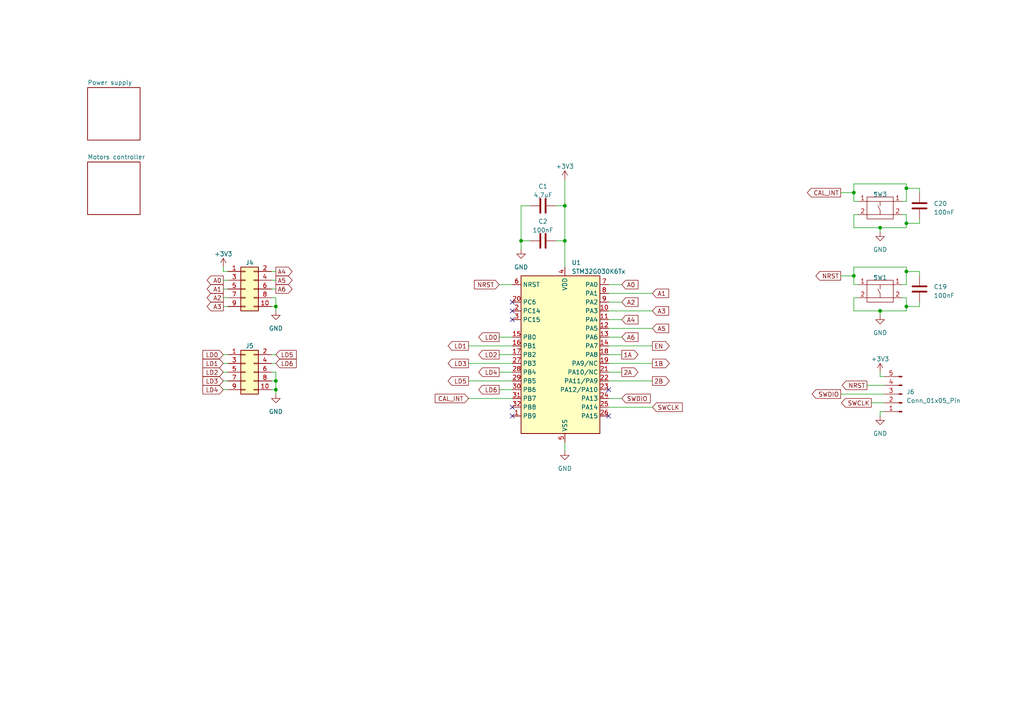
<source format=kicad_sch>
(kicad_sch (version 20230121) (generator eeschema)
  (paper "A4")
  (lib_symbols
    (symbol "AA_Switches-Buttons:Toggle_switch"
      (property "Reference" "SW" (at 0 3.81 0))
      (symbol "Toggle_switch_0_1"
        (rectangle (start -3.81 2.54) (end 3.81 -3.81))
        (polyline (pts (xy -3.81 -2.54) (xy 3.81 -2.54)))
        (polyline (pts (xy -3.81 1.27) (xy 3.81 1.27)))
        (polyline (pts (xy 0 0) (xy 0 1.27)))
        (polyline (pts (xy 0 -2.54) (xy 0 -1.27) (xy -0.635 0)))
      )
      (symbol "Toggle_switch_1_1"
        (pin input line (at -6.35 1.27 0) (length 2.54) (name "") (number "1"))
        (pin output line (at 6.35 1.27 180) (length 2.54) (name "") (number "1"))
        (pin input line (at -6.35 -2.54 0) (length 2.54) (name "") (number "2"))
        (pin output line (at 6.35 -2.54 180) (length 2.54) (name "") (number "2"))
      )
    )
    (symbol "Connector:Conn_01x05_Pin" (pin_names (offset 1.016) hide)
      (property "Reference" "J" (at 0 7.62 0))
      (property "Value" "Conn_01x05_Pin" (at 0 -7.62 0))
      (symbol "Conn_01x05_Pin_1_1"
        (polyline (pts (xy 1.27 -5.08) (xy 0.8636 -5.08)) (stroke (width 0.1524)))
        (polyline (pts (xy 1.27 -2.54) (xy 0.8636 -2.54)) (stroke (width 0.1524)))
        (polyline (pts (xy 1.27 0) (xy 0.8636 0)) (stroke (width 0.1524)))
        (polyline (pts (xy 1.27 2.54) (xy 0.8636 2.54)) (stroke (width 0.1524)))
        (polyline (pts (xy 1.27 5.08) (xy 0.8636 5.08)) (stroke (width 0.1524)))
        (rectangle (start 0.8636 -4.953) (end 0 -5.207) (stroke (width 0.1524)) (fill (type outline)))
        (rectangle (start 0.8636 -2.413) (end 0 -2.667) (stroke (width 0.1524)) (fill (type outline)))
        (rectangle (start 0.8636 0.127) (end 0 -0.127) (stroke (width 0.1524)) (fill (type outline)))
        (rectangle (start 0.8636 2.667) (end 0 2.413) (stroke (width 0.1524)) (fill (type outline)))
        (rectangle (start 0.8636 5.207) (end 0 4.953) (stroke (width 0.1524)) (fill (type outline)))
        (pin passive line (at 5.08 5.08 180) (length 3.81) (name "Pin_1") (number "1"))
        (pin passive line (at 5.08 2.54 180) (length 3.81) (name "Pin_2") (number "2"))
        (pin passive line (at 5.08 0 180) (length 3.81) (name "Pin_3") (number "3"))
        (pin passive line (at 5.08 -2.54 180) (length 3.81) (name "Pin_4") (number "4"))
        (pin passive line (at 5.08 -5.08 180) (length 3.81) (name "Pin_5") (number "5"))
      )
    )
    (symbol "Connector_Generic:Conn_02x05_Odd_Even" (pin_names (offset 1.016) hide)
      (property "Reference" "J" (at 1.27 7.62 0))
      (property "Value" "Conn_02x05_Odd_Even" (at 1.27 -7.62 0))
      (symbol "Conn_02x05_Odd_Even_1_1"
        (rectangle (start -1.27 -4.953) (end 0 -5.207) (stroke (width 0.1524)))
        (rectangle (start -1.27 -2.413) (end 0 -2.667) (stroke (width 0.1524)))
        (rectangle (start -1.27 0.127) (end 0 -0.127) (stroke (width 0.1524)))
        (rectangle (start -1.27 2.667) (end 0 2.413) (stroke (width 0.1524)))
        (rectangle (start -1.27 5.207) (end 0 4.953) (stroke (width 0.1524)))
        (rectangle (start -1.27 6.35) (end 3.81 -6.35) (stroke (width 0.254)) (fill (type background)))
        (rectangle (start 3.81 -4.953) (end 2.54 -5.207) (stroke (width 0.1524)))
        (rectangle (start 3.81 -2.413) (end 2.54 -2.667) (stroke (width 0.1524)))
        (rectangle (start 3.81 0.127) (end 2.54 -0.127) (stroke (width 0.1524)))
        (rectangle (start 3.81 2.667) (end 2.54 2.413) (stroke (width 0.1524)))
        (rectangle (start 3.81 5.207) (end 2.54 4.953) (stroke (width 0.1524)))
        (pin passive line (at -5.08 5.08 0) (length 3.81) (name "Pin_1") (number "1"))
        (pin passive line (at 7.62 -5.08 180) (length 3.81) (name "Pin_10") (number "10"))
        (pin passive line (at 7.62 5.08 180) (length 3.81) (name "Pin_2") (number "2"))
        (pin passive line (at -5.08 2.54 0) (length 3.81) (name "Pin_3") (number "3"))
        (pin passive line (at 7.62 2.54 180) (length 3.81) (name "Pin_4") (number "4"))
        (pin passive line (at -5.08 0 0) (length 3.81) (name "Pin_5") (number "5"))
        (pin passive line (at 7.62 0 180) (length 3.81) (name "Pin_6") (number "6"))
        (pin passive line (at -5.08 -2.54 0) (length 3.81) (name "Pin_7") (number "7"))
        (pin passive line (at 7.62 -2.54 180) (length 3.81) (name "Pin_8") (number "8"))
        (pin passive line (at -5.08 -5.08 0) (length 3.81) (name "Pin_9") (number "9"))
      )
    )
    (symbol "Device:C" (pin_numbers hide) (pin_names (offset 0.254))
      (property "Reference" "C" (at 0.635 2.54 0))
      (property "Value" "C" (at 0.635 -2.54 0))
      (symbol "C_0_1"
        (polyline (pts (xy -2.032 -0.762) (xy 2.032 -0.762)) (stroke (width 0.508)))
        (polyline (pts (xy -2.032 0.762) (xy 2.032 0.762)) (stroke (width 0.508)))
      )
      (symbol "C_1_1"
        (pin passive line (at 0 3.81 270) (length 2.794) (name "~") (number "1"))
        (pin passive line (at 0 -3.81 90) (length 2.794) (name "~") (number "2"))
      )
    )
    (symbol "MCU_ST_STM32G0:STM32G030K6Tx"
      (property "Reference" "U" (at -10.16 24.13 0))
      (property "Value" "STM32G030K6Tx" (at 5.08 24.13 0))
      (symbol "STM32G030K6Tx_0_1"
        (rectangle (start -10.16 -22.86) (end 12.7 22.86) (stroke (width 0.254)) (fill (type background)))
      )
      (symbol "STM32G030K6Tx_1_1"
        (pin bidirectional line (at -12.7 -17.78 0) (length 2.54) (name "PB9") (number "1"))
        (pin bidirectional line (at 15.24 12.7 180) (length 2.54) (name "PA3") (number "10"))
        (pin bidirectional line (at 15.24 10.16 180) (length 2.54) (name "PA4") (number "11"))
        (pin bidirectional line (at 15.24 7.62 180) (length 2.54) (name "PA5") (number "12"))
        (pin bidirectional line (at 15.24 5.08 180) (length 2.54) (name "PA6") (number "13"))
        (pin bidirectional line (at 15.24 2.54 180) (length 2.54) (name "PA7") (number "14"))
        (pin bidirectional line (at -12.7 5.08 0) (length 2.54) (name "PB0") (number "15"))
        (pin bidirectional line (at -12.7 2.54 0) (length 2.54) (name "PB1") (number "16"))
        (pin bidirectional line (at -12.7 0 0) (length 2.54) (name "PB2") (number "17"))
        (pin bidirectional line (at 15.24 0 180) (length 2.54) (name "PA8") (number "18"))
        (pin bidirectional line (at 15.24 -2.54 180) (length 2.54) (name "PA9/NC") (number "19"))
        (pin bidirectional line (at -12.7 12.7 0) (length 2.54) (name "PC14") (number "2"))
        (pin bidirectional line (at -12.7 15.24 0) (length 2.54) (name "PC6") (number "20"))
        (pin bidirectional line (at 15.24 -5.08 180) (length 2.54) (name "PA10/NC") (number "21"))
        (pin bidirectional line (at 15.24 -7.62 180) (length 2.54) (name "PA11/PA9") (number "22"))
        (pin bidirectional line (at 15.24 -10.16 180) (length 2.54) (name "PA12/PA10") (number "23"))
        (pin bidirectional line (at 15.24 -12.7 180) (length 2.54) (name "PA13") (number "24"))
        (pin bidirectional line (at 15.24 -15.24 180) (length 2.54) (name "PA14") (number "25"))
        (pin bidirectional line (at 15.24 -17.78 180) (length 2.54) (name "PA15") (number "26"))
        (pin bidirectional line (at -12.7 -2.54 0) (length 2.54) (name "PB3") (number "27"))
        (pin bidirectional line (at -12.7 -5.08 0) (length 2.54) (name "PB4") (number "28"))
        (pin bidirectional line (at -12.7 -7.62 0) (length 2.54) (name "PB5") (number "29"))
        (pin bidirectional line (at -12.7 10.16 0) (length 2.54) (name "PC15") (number "3"))
        (pin bidirectional line (at -12.7 -10.16 0) (length 2.54) (name "PB6") (number "30"))
        (pin bidirectional line (at -12.7 -12.7 0) (length 2.54) (name "PB7") (number "31"))
        (pin bidirectional line (at -12.7 -15.24 0) (length 2.54) (name "PB8") (number "32"))
        (pin power_in line (at 2.54 25.4 270) (length 2.54) (name "VDD") (number "4"))
        (pin power_in line (at 2.54 -25.4 90) (length 2.54) (name "VSS") (number "5"))
        (pin input line (at -12.7 20.32 0) (length 2.54) (name "NRST") (number "6"))
        (pin bidirectional line (at 15.24 20.32 180) (length 2.54) (name "PA0") (number "7"))
        (pin bidirectional line (at 15.24 17.78 180) (length 2.54) (name "PA1") (number "8"))
        (pin bidirectional line (at 15.24 15.24 180) (length 2.54) (name "PA2") (number "9"))
      )
    )
    (symbol "power:+3V3" (power) (pin_names (offset 0))
      (property "Value" "+3V3" (at 0 3.556 0))
      (symbol "+3V3_0_1"
        (polyline (pts (xy -0.762 1.27) (xy 0 2.54)))
        (polyline (pts (xy 0 0) (xy 0 2.54)))
        (polyline (pts (xy 0 2.54) (xy 0.762 1.27)))
      )
      (symbol "+3V3_1_1"
        (pin power_in line (at 0 0 90) (length 0) hide (name "+3V3") (number "1"))
      )
    )
    (symbol "power:GND" (power) (pin_names (offset 0))
      (property "Value" "GND" (at 0 -3.81 0))
      (symbol "GND_0_1"
        (polyline (pts (xy 0 0) (xy 0 -1.27) (xy 1.27 -1.27) (xy 0 -2.54) (xy -1.27 -1.27) (xy 0 -1.27)))
      )
      (symbol "GND_1_1"
        (pin power_in line (at 0 0 270) (length 0) hide (name "GND") (number "1"))
      )
    )
  )
  (junction (at 255.27 90.17))
  (junction (at 262.89 78.74))
  (junction (at 255.27 66.04))
  (junction (at 151.13 69.85))
  (junction (at 80.01 113.03))
  (junction (at 262.89 64.77))
  (junction (at 262.89 54.61))
  (junction (at 80.01 88.9))
  (junction (at 163.83 59.69))
  (junction (at 80.01 110.49))
  (junction (at 247.65 80.01))
  (junction (at 163.83 69.85))
  (junction (at 262.89 88.9))
  (junction (at 247.65 55.88))
  (no_connect (at 148.59 120.65))
  (no_connect (at 148.59 92.71))
  (no_connect (at 176.53 113.03))
  (no_connect (at 176.53 120.65))
  (no_connect (at 148.59 118.11))
  (no_connect (at 148.59 87.63))
  (no_connect (at 148.59 90.17))
  (wire (pts (xy 255.27 66.04) (xy 255.27 67.31)))
  (wire (pts (xy 266.7 80.01) (xy 266.7 78.74)))
  (wire (pts (xy 262.89 64.77) (xy 262.89 62.23)))
  (wire (pts (xy 153.67 59.69) (xy 151.13 59.69)))
  (wire (pts (xy 135.89 105.41) (xy 148.59 105.41)))
  (wire (pts (xy 78.74 86.36) (xy 80.01 86.36)))
  (wire (pts (xy 262.89 53.34) (xy 247.65 53.34)))
  (wire (pts (xy 243.84 80.01) (xy 247.65 80.01)))
  (wire (pts (xy 266.7 87.63) (xy 266.7 88.9)))
  (wire (pts (xy 262.89 54.61) (xy 266.7 54.61)))
  (wire (pts (xy 262.89 88.9) (xy 262.89 86.36)))
  (wire (pts (xy 64.77 88.9) (xy 66.04 88.9)))
  (wire (pts (xy 144.78 102.87) (xy 148.59 102.87)))
  (wire (pts (xy 255.27 109.22) (xy 256.54 109.22)))
  (wire (pts (xy 261.62 82.55) (xy 262.89 82.55)))
  (wire (pts (xy 144.78 107.95) (xy 148.59 107.95)))
  (wire (pts (xy 247.65 53.34) (xy 247.65 55.88)))
  (wire (pts (xy 176.53 87.63) (xy 180.34 87.63)))
  (wire (pts (xy 135.89 110.49) (xy 148.59 110.49)))
  (wire (pts (xy 176.53 105.41) (xy 189.23 105.41)))
  (wire (pts (xy 255.27 90.17) (xy 255.27 91.44)))
  (wire (pts (xy 161.29 59.69) (xy 163.83 59.69)))
  (wire (pts (xy 176.53 100.33) (xy 189.23 100.33)))
  (wire (pts (xy 176.53 95.25) (xy 189.23 95.25)))
  (wire (pts (xy 176.53 110.49) (xy 189.23 110.49)))
  (wire (pts (xy 247.65 90.17) (xy 255.27 90.17)))
  (wire (pts (xy 176.53 115.57) (xy 180.34 115.57)))
  (wire (pts (xy 247.65 86.36) (xy 247.65 90.17)))
  (wire (pts (xy 78.74 88.9) (xy 80.01 88.9)))
  (wire (pts (xy 80.01 110.49) (xy 80.01 113.03)))
  (wire (pts (xy 144.78 82.55) (xy 148.59 82.55)))
  (wire (pts (xy 135.89 100.33) (xy 148.59 100.33)))
  (wire (pts (xy 255.27 107.95) (xy 255.27 109.22)))
  (wire (pts (xy 64.77 102.87) (xy 66.04 102.87)))
  (wire (pts (xy 64.77 78.74) (xy 66.04 78.74)))
  (wire (pts (xy 176.53 85.09) (xy 189.23 85.09)))
  (wire (pts (xy 176.53 92.71) (xy 180.34 92.71)))
  (wire (pts (xy 262.89 66.04) (xy 262.89 64.77)))
  (wire (pts (xy 262.89 53.34) (xy 262.89 54.61)))
  (wire (pts (xy 78.74 102.87) (xy 80.01 102.87)))
  (wire (pts (xy 247.65 80.01) (xy 247.65 82.55)))
  (wire (pts (xy 176.53 97.79) (xy 180.34 97.79)))
  (wire (pts (xy 78.74 107.95) (xy 80.01 107.95)))
  (wire (pts (xy 243.84 55.88) (xy 247.65 55.88)))
  (wire (pts (xy 262.89 78.74) (xy 266.7 78.74)))
  (wire (pts (xy 80.01 113.03) (xy 80.01 114.3)))
  (wire (pts (xy 252.73 116.84) (xy 256.54 116.84)))
  (wire (pts (xy 262.89 58.42) (xy 262.89 54.61)))
  (wire (pts (xy 78.74 81.28) (xy 80.01 81.28)))
  (wire (pts (xy 163.83 69.85) (xy 163.83 77.47)))
  (wire (pts (xy 248.92 62.23) (xy 247.65 62.23)))
  (wire (pts (xy 176.53 82.55) (xy 180.34 82.55)))
  (wire (pts (xy 255.27 90.17) (xy 262.89 90.17)))
  (wire (pts (xy 255.27 66.04) (xy 262.89 66.04)))
  (wire (pts (xy 176.53 90.17) (xy 189.23 90.17)))
  (wire (pts (xy 266.7 55.88) (xy 266.7 54.61)))
  (wire (pts (xy 255.27 119.38) (xy 256.54 119.38)))
  (wire (pts (xy 251.46 111.76) (xy 256.54 111.76)))
  (wire (pts (xy 247.65 62.23) (xy 247.65 66.04)))
  (wire (pts (xy 163.83 59.69) (xy 163.83 69.85)))
  (wire (pts (xy 261.62 58.42) (xy 262.89 58.42)))
  (wire (pts (xy 78.74 113.03) (xy 80.01 113.03)))
  (wire (pts (xy 80.01 88.9) (xy 80.01 90.17)))
  (wire (pts (xy 247.65 82.55) (xy 248.92 82.55)))
  (wire (pts (xy 144.78 97.79) (xy 148.59 97.79)))
  (wire (pts (xy 64.77 110.49) (xy 66.04 110.49)))
  (wire (pts (xy 78.74 78.74) (xy 80.01 78.74)))
  (wire (pts (xy 163.83 128.27) (xy 163.83 130.81)))
  (wire (pts (xy 64.77 83.82) (xy 66.04 83.82)))
  (wire (pts (xy 64.77 105.41) (xy 66.04 105.41)))
  (wire (pts (xy 262.89 77.47) (xy 262.89 78.74)))
  (wire (pts (xy 255.27 120.65) (xy 255.27 119.38)))
  (wire (pts (xy 64.77 86.36) (xy 66.04 86.36)))
  (wire (pts (xy 78.74 105.41) (xy 80.01 105.41)))
  (wire (pts (xy 151.13 59.69) (xy 151.13 69.85)))
  (wire (pts (xy 176.53 102.87) (xy 180.34 102.87)))
  (wire (pts (xy 247.65 66.04) (xy 255.27 66.04)))
  (wire (pts (xy 78.74 83.82) (xy 80.01 83.82)))
  (wire (pts (xy 135.89 115.57) (xy 148.59 115.57)))
  (wire (pts (xy 247.65 55.88) (xy 247.65 58.42)))
  (wire (pts (xy 247.65 77.47) (xy 247.65 80.01)))
  (wire (pts (xy 64.77 113.03) (xy 66.04 113.03)))
  (wire (pts (xy 261.62 62.23) (xy 262.89 62.23)))
  (wire (pts (xy 151.13 69.85) (xy 151.13 72.39)))
  (wire (pts (xy 262.89 82.55) (xy 262.89 78.74)))
  (wire (pts (xy 78.74 110.49) (xy 80.01 110.49)))
  (wire (pts (xy 80.01 107.95) (xy 80.01 110.49)))
  (wire (pts (xy 80.01 86.36) (xy 80.01 88.9)))
  (wire (pts (xy 266.7 64.77) (xy 262.89 64.77)))
  (wire (pts (xy 153.67 69.85) (xy 151.13 69.85)))
  (wire (pts (xy 243.84 114.3) (xy 256.54 114.3)))
  (wire (pts (xy 64.77 81.28) (xy 66.04 81.28)))
  (wire (pts (xy 266.7 88.9) (xy 262.89 88.9)))
  (wire (pts (xy 247.65 58.42) (xy 248.92 58.42)))
  (wire (pts (xy 262.89 90.17) (xy 262.89 88.9)))
  (wire (pts (xy 176.53 118.11) (xy 189.23 118.11)))
  (wire (pts (xy 163.83 52.07) (xy 163.83 59.69)))
  (wire (pts (xy 64.77 77.47) (xy 64.77 78.74)))
  (wire (pts (xy 248.92 86.36) (xy 247.65 86.36)))
  (wire (pts (xy 64.77 107.95) (xy 66.04 107.95)))
  (wire (pts (xy 262.89 77.47) (xy 247.65 77.47)))
  (wire (pts (xy 176.53 107.95) (xy 180.34 107.95)))
  (wire (pts (xy 266.7 63.5) (xy 266.7 64.77)))
  (wire (pts (xy 261.62 86.36) (xy 262.89 86.36)))
  (wire (pts (xy 161.29 69.85) (xy 163.83 69.85)))
  (wire (pts (xy 144.78 113.03) (xy 148.59 113.03)))
  (global_label "SWDIO" (shape output) (at 243.84 114.3 180) (property "Intersheetrefs" "${INTERSHEET_REFS}" (effects hide)))
  (global_label "A5" (shape input) (at 189.23 95.25 0) (property "Intersheetrefs" "${INTERSHEET_REFS}" (effects hide)))
  (global_label "CAL_INT" (shape output) (at 243.84 55.88 180) (property "Intersheetrefs" "${INTERSHEET_REFS}" (effects hide)))
  (global_label "LD3" (shape input) (at 64.77 110.49 180) (property "Intersheetrefs" "${INTERSHEET_REFS}" (effects hide)))
  (global_label "2A" (shape output) (at 180.34 107.95 0) (property "Intersheetrefs" "${INTERSHEET_REFS}" (effects hide)))
  (global_label "NRST" (shape output) (at 243.84 80.01 180) (property "Intersheetrefs" "${INTERSHEET_REFS}" (effects hide)))
  (global_label "NRST" (shape output) (at 251.46 111.76 180) (property "Intersheetrefs" "${INTERSHEET_REFS}" (effects hide)))
  (global_label "SWCLK" (shape output) (at 252.73 116.84 180) (property "Intersheetrefs" "${INTERSHEET_REFS}" (effects hide)))
  (global_label "1A" (shape output) (at 180.34 102.87 0) (property "Intersheetrefs" "${INTERSHEET_REFS}" (effects hide)))
  (global_label "LD4" (shape input) (at 64.77 113.03 180) (property "Intersheetrefs" "${INTERSHEET_REFS}" (effects hide)))
  (global_label "A6" (shape input) (at 180.34 97.79 0) (property "Intersheetrefs" "${INTERSHEET_REFS}" (effects hide)))
  (global_label "A4" (shape input) (at 180.34 92.71 0) (property "Intersheetrefs" "${INTERSHEET_REFS}" (effects hide)))
  (global_label "A2" (shape input) (at 180.34 87.63 0) (property "Intersheetrefs" "${INTERSHEET_REFS}" (effects hide)))
  (global_label "LD0" (shape input) (at 64.77 102.87 180) (property "Intersheetrefs" "${INTERSHEET_REFS}" (effects hide)))
  (global_label "A6" (shape output) (at 80.01 83.82 0) (property "Intersheetrefs" "${INTERSHEET_REFS}" (effects hide)))
  (global_label "LD4" (shape output) (at 144.78 107.95 180) (property "Intersheetrefs" "${INTERSHEET_REFS}" (effects hide)))
  (global_label "SWDIO" (shape input) (at 180.34 115.57 0) (property "Intersheetrefs" "${INTERSHEET_REFS}" (effects hide)))
  (global_label "NRST" (shape input) (at 144.78 82.55 180) (property "Intersheetrefs" "${INTERSHEET_REFS}" (effects hide)))
  (global_label "A2" (shape output) (at 64.77 86.36 180) (property "Intersheetrefs" "${INTERSHEET_REFS}" (effects hide)))
  (global_label "A5" (shape output) (at 80.01 81.28 0) (property "Intersheetrefs" "${INTERSHEET_REFS}" (effects hide)))
  (global_label "1B" (shape output) (at 189.23 105.41 0) (property "Intersheetrefs" "${INTERSHEET_REFS}" (effects hide)))
  (global_label "LD5" (shape input) (at 80.01 102.87 0) (property "Intersheetrefs" "${INTERSHEET_REFS}" (effects hide)))
  (global_label "A4" (shape output) (at 80.01 78.74 0) (property "Intersheetrefs" "${INTERSHEET_REFS}" (effects hide)))
  (global_label "LD0" (shape output) (at 144.78 97.79 180) (property "Intersheetrefs" "${INTERSHEET_REFS}" (effects hide)))
  (global_label "LD6" (shape input) (at 80.01 105.41 0) (property "Intersheetrefs" "${INTERSHEET_REFS}" (effects hide)))
  (global_label "EN" (shape output) (at 189.23 100.33 0) (property "Intersheetrefs" "${INTERSHEET_REFS}" (effects hide)))
  (global_label "LD1" (shape output) (at 135.89 100.33 180) (property "Intersheetrefs" "${INTERSHEET_REFS}" (effects hide)))
  (global_label "CAL_INT" (shape input) (at 135.89 115.57 180) (property "Intersheetrefs" "${INTERSHEET_REFS}" (effects hide)))
  (global_label "LD5" (shape output) (at 135.89 110.49 180) (property "Intersheetrefs" "${INTERSHEET_REFS}" (effects hide)))
  (global_label "A3" (shape input) (at 189.23 90.17 0) (property "Intersheetrefs" "${INTERSHEET_REFS}" (effects hide)))
  (global_label "2B" (shape output) (at 189.23 110.49 0) (property "Intersheetrefs" "${INTERSHEET_REFS}" (effects hide)))
  (global_label "LD2" (shape input) (at 64.77 107.95 180) (property "Intersheetrefs" "${INTERSHEET_REFS}" (effects hide)))
  (global_label "LD6" (shape output) (at 144.78 113.03 180) (property "Intersheetrefs" "${INTERSHEET_REFS}" (effects hide)))
  (global_label "A1" (shape output) (at 64.77 83.82 180) (property "Intersheetrefs" "${INTERSHEET_REFS}" (effects hide)))
  (global_label "SWCLK" (shape input) (at 189.23 118.11 0) (property "Intersheetrefs" "${INTERSHEET_REFS}" (effects hide)))
  (global_label "LD1" (shape input) (at 64.77 105.41 180) (property "Intersheetrefs" "${INTERSHEET_REFS}" (effects hide)))
  (global_label "A0" (shape output) (at 64.77 81.28 180) (property "Intersheetrefs" "${INTERSHEET_REFS}" (effects hide)))
  (global_label "A0" (shape input) (at 180.34 82.55 0) (property "Intersheetrefs" "${INTERSHEET_REFS}" (effects hide)))
  (global_label "LD3" (shape output) (at 135.89 105.41 180) (property "Intersheetrefs" "${INTERSHEET_REFS}" (effects hide)))
  (global_label "A3" (shape output) (at 64.77 88.9 180) (property "Intersheetrefs" "${INTERSHEET_REFS}" (effects hide)))
  (global_label "LD2" (shape output) (at 144.78 102.87 180) (property "Intersheetrefs" "${INTERSHEET_REFS}" (effects hide)))
  (global_label "A1" (shape input) (at 189.23 85.09 0) (property "Intersheetrefs" "${INTERSHEET_REFS}" (effects hide)))
  (symbol (lib_id "power:+3V3") (at 255.27 107.95 0) (unit 1)
    (property "Reference" "#PWR026" (effects hide))
    (property "Value" "+3V3" (at 255.27 104.14 0))
  )
  (symbol (lib_id "MCU_ST_STM32G0:STM32G030K6Tx") (at 161.29 102.87 0) (unit 1)
    (property "Reference" "U1" (at 165.7859 76.2 0) (effects (justify left)))
    (property "Value" "STM32G030K6Tx" (at 165.7859 78.74 0) (effects (justify left)))
    (property "Footprint" "Package_QFP:LQFP-32_7x7mm_P0.8mm" (effects hide))
    (property "Datasheet" "https://www.st.com/resource/en/datasheet/stm32g030k6.pdf" (effects hide))
  )
  (symbol (lib_id "Connector_Generic:Conn_02x05_Odd_Even") (at 71.12 83.82 0) (unit 1)
    (property "Reference" "J4" (at 72.39 76.2 0))
    (property "Value" "Conn_02x05_Odd_Even" (effects hide))
    (property "Footprint" "AB_Connector_IDC:IDC-Header_2x05_P2.54mm_Vertical" (effects hide))
  )
  (symbol (lib_id "power:GND") (at 255.27 120.65 0) (unit 1)
    (property "Reference" "#PWR025" (effects hide))
    (property "Value" "GND" (at 255.27 125.73 0))
  )
  (symbol (lib_id "Connector_Generic:Conn_02x05_Odd_Even") (at 71.12 107.95 0) (unit 1)
    (property "Reference" "J5" (at 72.39 100.33 0))
    (property "Value" "Conn_02x05_Odd_Even" (effects hide))
    (property "Footprint" "AB_Connector_IDC:IDC-Header_2x05_P2.54mm_Vertical" (effects hide))
  )
  (symbol (lib_id "Device:C") (at 266.7 83.82 180) (unit 1)
    (property "Reference" "C19" (at 270.8058 83.185 0) (effects (justify right)))
    (property "Value" "100nF" (at 270.8058 85.725 0) (effects (justify right)))
    (property "Footprint" "Capacitor_SMD:C_1206_3216Metric" (effects hide))
  )
  (symbol (lib_id "power:GND") (at 163.83 130.81 0) (unit 1)
    (property "Reference" "#PWR03" (effects hide))
    (property "Value" "GND" (at 163.83 135.89 0))
  )
  (symbol (lib_id "AA_Switches-Buttons:Toggle_switch") (at 255.27 83.82 0) (unit 1)
    (property "Reference" "SW1" (at 255.27 80.5206 0))
    (property "Value" "~" (at 254 80.01 0))
    (property "Footprint" "Button_Switch_THT:SW_PUSH_6mm" (effects hide))
  )
  (symbol (lib_id "power:GND") (at 80.01 114.3 0) (unit 1)
    (property "Reference" "#PWR023" (effects hide))
    (property "Value" "GND" (at 80.01 119.38 0))
  )
  (symbol (lib_id "Connector:Conn_01x05_Pin") (at 261.62 114.3 180) (unit 1)
    (property "Reference" "J6" (at 262.89 113.665 0) (effects (justify right)))
    (property "Value" "Conn_01x05_Pin" (at 262.89 116.205 0) (effects (justify right)))
    (property "Footprint" "AB_Connector_PinHeader_2.54mm:PinHeader_1x05_P2.54mm_Vertical" (effects hide))
  )
  (symbol (lib_id "Device:C") (at 157.48 59.69 90) (unit 1)
    (property "Reference" "C1" (at 157.48 54.072 90))
    (property "Value" "4,7uF" (at 157.48 56.612 90))
    (property "Footprint" "Capacitor_SMD:C_1206_3216Metric" (effects hide))
  )
  (symbol (lib_id "power:GND") (at 255.27 67.31 0) (unit 1)
    (property "Reference" "#PWR028" (effects hide))
    (property "Value" "GND" (at 255.27 72.39 0))
  )
  (symbol (lib_id "power:GND") (at 80.01 90.17 0) (unit 1)
    (property "Reference" "#PWR022" (effects hide))
    (property "Value" "GND" (at 80.01 95.25 0))
  )
  (symbol (lib_id "Device:C") (at 157.48 69.85 90) (unit 1)
    (property "Reference" "C2" (at 157.48 64.232 90))
    (property "Value" "100nF" (at 157.48 66.772 90))
    (property "Footprint" "Capacitor_SMD:C_1206_3216Metric" (effects hide))
  )
  (symbol (lib_id "AA_Switches-Buttons:Toggle_switch") (at 255.27 59.69 0) (unit 1)
    (property "Reference" "SW3" (at 255.27 56.3906 0))
    (property "Value" "~" (at 254 55.88 0))
    (property "Footprint" "Button_Switch_THT:SW_PUSH_6mm" (effects hide))
  )
  (symbol (lib_id "power:GND") (at 255.27 91.44 0) (unit 1)
    (property "Reference" "#PWR024" (effects hide))
    (property "Value" "GND" (at 255.27 96.52 0))
  )
  (symbol (lib_id "power:GND") (at 151.13 72.39 0) (unit 1)
    (property "Reference" "#PWR01" (effects hide))
    (property "Value" "GND" (at 151.13 77.47 0))
  )
  (symbol (lib_id "Device:C") (at 266.7 59.69 180) (unit 1)
    (property "Reference" "C20" (at 270.8058 59.055 0) (effects (justify right)))
    (property "Value" "100nF" (at 270.8058 61.595 0) (effects (justify right)))
    (property "Footprint" "Capacitor_SMD:C_1206_3216Metric" (effects hide))
  )
  (symbol (lib_id "power:+3V3") (at 64.77 77.47 0) (unit 1)
    (property "Reference" "#PWR021" (effects hide))
    (property "Value" "+3V3" (at 64.77 73.66 0))
  )
  (symbol (lib_id "power:+3V3") (at 163.83 52.07 0) (unit 1)
    (property "Reference" "#PWR02" (effects hide))
    (property "Value" "+3V3" (at 163.83 48.26 0))
  )
  (sheet (at 25.4 46.99) (size 15.24 15.24) (stroke (width 0.1524))
    (property "Sheetname" "Motors controller" (at 25.4 46.2784 0) (effects (justify left bottom)))
    (property "Sheetfile" "motors_controler.kicad_sch" (effects hide))
  )
  (sheet (at 25.4 25.4) (size 15.24 15.24) (stroke (width 0.1524))
    (property "Sheetname" "Power supply" (at 25.4 24.6884 0) (effects (justify left bottom)))
    (property "Sheetfile" "power_supply.kicad_sch" (effects hide))
  )
)
</source>
